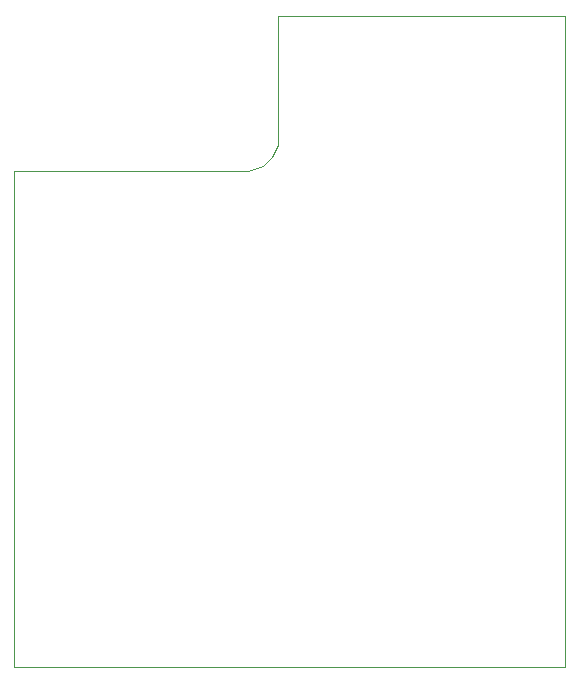
<source format=gko>
%TF.GenerationSoftware,KiCad,Pcbnew,8.0.3+1*%
%TF.CreationDate,2024-07-31T15:36:37+02:00*%
%TF.ProjectId,QL_diren_keyboard_adapter,514c5f64-6972-4656-9e5f-6b6579626f61,0*%
%TF.SameCoordinates,Original*%
%TF.FileFunction,Profile,NP*%
%FSLAX46Y46*%
G04 Gerber Fmt 4.6, Leading zero omitted, Abs format (unit mm)*
G04 Created by KiCad (PCBNEW 8.0.3+1) date 2024-07-31 15:36:37*
%MOMM*%
%LPD*%
G01*
G04 APERTURE LIST*
%TA.AperFunction,Profile*%
%ADD10C,0.050000*%
%TD*%
G04 APERTURE END LIST*
D10*
X121539000Y-114300000D02*
X74930000Y-114300000D01*
X74930000Y-72263000D01*
X94742000Y-72263000D01*
X96012000Y-71882000D01*
X96774000Y-71120000D01*
X97282000Y-70104000D01*
X97282000Y-59182000D01*
X121539000Y-59182000D01*
X121539000Y-114300000D01*
M02*

</source>
